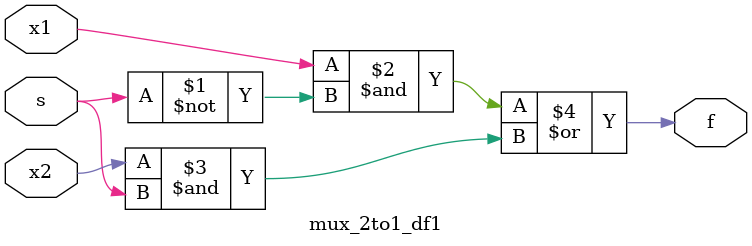
<source format=v>
`timescale 1ns / 1ps

/*Hossam Ahmed Seyam*/
/*This code is illustrating How to design 2*1 mux in structural modelling especially data flow modeling */

module mux_2to1_df1(x1, x2, s, f);

	input wire x1, x2, s;	// x1,x2 are mux inputs , s is the selector of the 2*1 mux
	output wire f;			//mux output
	
	assign f = (x1 & ~s)|(x2 & s); //f =( x1.not(s) +  x2.s )

endmodule
</source>
